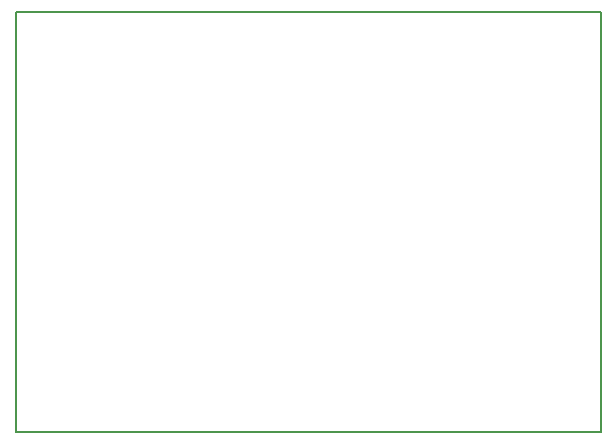
<source format=gm1>
G04 #@! TF.FileFunction,Profile,NP*
%FSLAX46Y46*%
G04 Gerber Fmt 4.6, Leading zero omitted, Abs format (unit mm)*
G04 Created by KiCad (PCBNEW 4.0.7+dfsg1-1ubuntu2) date Fri Sep 14 11:58:29 2018*
%MOMM*%
%LPD*%
G01*
G04 APERTURE LIST*
%ADD10C,0.100000*%
%ADD11C,0.150000*%
G04 APERTURE END LIST*
D10*
D11*
X69850000Y-57150000D02*
X119380000Y-57150000D01*
X119380000Y-57150000D02*
X119380000Y-21590000D01*
X69850000Y-57150000D02*
X69850000Y-21590000D01*
X69850000Y-21590000D02*
X119380000Y-21590000D01*
M02*

</source>
